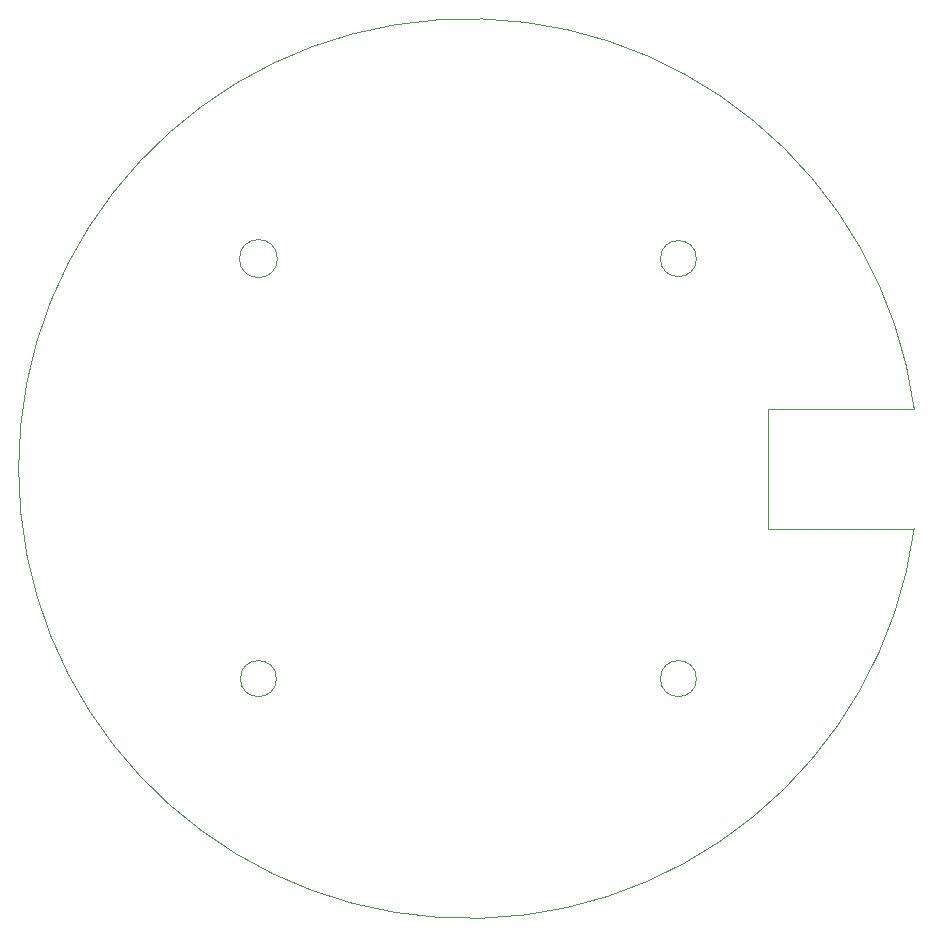
<source format=gm1>
G04 #@! TF.GenerationSoftware,KiCad,Pcbnew,(5.1.5)-3*
G04 #@! TF.CreationDate,2020-02-20T11:24:20-05:00*
G04 #@! TF.ProjectId,Flight_Computer,466c6967-6874-45f4-936f-6d7075746572,rev?*
G04 #@! TF.SameCoordinates,Original*
G04 #@! TF.FileFunction,Profile,NP*
%FSLAX46Y46*%
G04 Gerber Fmt 4.6, Leading zero omitted, Abs format (unit mm)*
G04 Created by KiCad (PCBNEW (5.1.5)-3) date 2020-02-20 11:24:20*
%MOMM*%
%LPD*%
G04 APERTURE LIST*
%ADD10C,0.050000*%
G04 APERTURE END LIST*
D10*
X190144400Y-121920000D02*
X177800000Y-121920000D01*
X190144400Y-132080000D02*
G75*
G02X190144400Y-121920000I-37744400J5080000D01*
G01*
X177800000Y-132080000D02*
X190144400Y-132080000D01*
X177800000Y-121920000D02*
X177800000Y-132080000D01*
X136226437Y-109220000D02*
G75*
G03X136226437Y-109220000I-1606437J0D01*
G01*
X171704000Y-109220000D02*
G75*
G03X171704000Y-109220000I-1524000J0D01*
G01*
X136144000Y-144780000D02*
G75*
G03X136144000Y-144780000I-1524000J0D01*
G01*
X171704000Y-144780000D02*
G75*
G03X171704000Y-144780000I-1524000J0D01*
G01*
M02*

</source>
